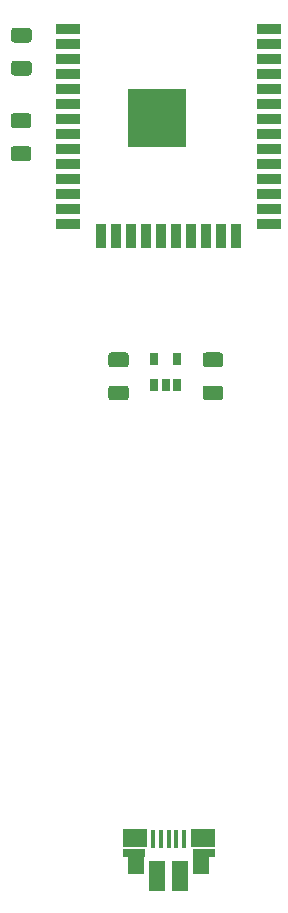
<source format=gbr>
G04 #@! TF.GenerationSoftware,KiCad,Pcbnew,(5.1.6)-1*
G04 #@! TF.CreationDate,2020-07-08T21:30:57-04:00*
G04 #@! TF.ProjectId,co2buddy,636f3262-7564-4647-992e-6b696361645f,rev?*
G04 #@! TF.SameCoordinates,Original*
G04 #@! TF.FileFunction,Paste,Top*
G04 #@! TF.FilePolarity,Positive*
%FSLAX46Y46*%
G04 Gerber Fmt 4.6, Leading zero omitted, Abs format (unit mm)*
G04 Created by KiCad (PCBNEW (5.1.6)-1) date 2020-07-08 21:30:57*
%MOMM*%
%LPD*%
G01*
G04 APERTURE LIST*
%ADD10R,1.430000X2.500000*%
%ADD11R,0.400000X1.650000*%
%ADD12R,2.000000X1.500000*%
%ADD13R,1.825000X0.700000*%
%ADD14R,1.350000X2.000000*%
%ADD15R,2.000000X0.900000*%
%ADD16R,0.900000X2.000000*%
%ADD17R,5.000000X5.000000*%
%ADD18R,0.650000X1.060000*%
G04 APERTURE END LIST*
D10*
X135985000Y-104740000D03*
X134065000Y-104740000D03*
D11*
X136325000Y-101590000D03*
X135675000Y-101590000D03*
X135025000Y-101590000D03*
X134375000Y-101590000D03*
X133725000Y-101590000D03*
D12*
X137925000Y-101470000D03*
X132175000Y-101490000D03*
D13*
X138025000Y-102790000D03*
X132075000Y-102790000D03*
D14*
X132295000Y-103540000D03*
X137775000Y-103540000D03*
D15*
X143525000Y-33005000D03*
X143525000Y-34275000D03*
X143525000Y-35545000D03*
X143525000Y-36815000D03*
X143525000Y-38085000D03*
X143525000Y-39355000D03*
X143525000Y-40625000D03*
X143525000Y-41895000D03*
X143525000Y-43165000D03*
X143525000Y-44435000D03*
X143525000Y-45705000D03*
X143525000Y-46975000D03*
X143525000Y-48245000D03*
X143525000Y-49515000D03*
D16*
X140740000Y-50515000D03*
X139470000Y-50515000D03*
X138200000Y-50515000D03*
X136930000Y-50515000D03*
X135660000Y-50515000D03*
X134390000Y-50515000D03*
X133120000Y-50515000D03*
X131850000Y-50515000D03*
X130580000Y-50515000D03*
X129310000Y-50515000D03*
D15*
X126525000Y-49515000D03*
X126525000Y-48245000D03*
X126525000Y-46975000D03*
X126525000Y-45705000D03*
X126525000Y-44435000D03*
X126525000Y-43165000D03*
X126525000Y-41895000D03*
X126525000Y-40625000D03*
X126525000Y-39355000D03*
X126525000Y-38085000D03*
X126525000Y-36815000D03*
X126525000Y-35545000D03*
X126525000Y-34275000D03*
X126525000Y-33005000D03*
D17*
X134025000Y-40505000D03*
D18*
X133825000Y-60890000D03*
X135725000Y-60890000D03*
X135725000Y-63090000D03*
X134775000Y-63090000D03*
X133825000Y-63090000D03*
G36*
G01*
X123150000Y-41375000D02*
X121900000Y-41375000D01*
G75*
G02*
X121650000Y-41125000I0J250000D01*
G01*
X121650000Y-40375000D01*
G75*
G02*
X121900000Y-40125000I250000J0D01*
G01*
X123150000Y-40125000D01*
G75*
G02*
X123400000Y-40375000I0J-250000D01*
G01*
X123400000Y-41125000D01*
G75*
G02*
X123150000Y-41375000I-250000J0D01*
G01*
G37*
G36*
G01*
X123150000Y-44175000D02*
X121900000Y-44175000D01*
G75*
G02*
X121650000Y-43925000I0J250000D01*
G01*
X121650000Y-43175000D01*
G75*
G02*
X121900000Y-42925000I250000J0D01*
G01*
X123150000Y-42925000D01*
G75*
G02*
X123400000Y-43175000I0J-250000D01*
G01*
X123400000Y-43925000D01*
G75*
G02*
X123150000Y-44175000I-250000J0D01*
G01*
G37*
G36*
G01*
X121930000Y-35685000D02*
X123180000Y-35685000D01*
G75*
G02*
X123430000Y-35935000I0J-250000D01*
G01*
X123430000Y-36685000D01*
G75*
G02*
X123180000Y-36935000I-250000J0D01*
G01*
X121930000Y-36935000D01*
G75*
G02*
X121680000Y-36685000I0J250000D01*
G01*
X121680000Y-35935000D01*
G75*
G02*
X121930000Y-35685000I250000J0D01*
G01*
G37*
G36*
G01*
X121930000Y-32885000D02*
X123180000Y-32885000D01*
G75*
G02*
X123430000Y-33135000I0J-250000D01*
G01*
X123430000Y-33885000D01*
G75*
G02*
X123180000Y-34135000I-250000J0D01*
G01*
X121930000Y-34135000D01*
G75*
G02*
X121680000Y-33885000I0J250000D01*
G01*
X121680000Y-33135000D01*
G75*
G02*
X121930000Y-32885000I250000J0D01*
G01*
G37*
G36*
G01*
X130150000Y-63175000D02*
X131400000Y-63175000D01*
G75*
G02*
X131650000Y-63425000I0J-250000D01*
G01*
X131650000Y-64175000D01*
G75*
G02*
X131400000Y-64425000I-250000J0D01*
G01*
X130150000Y-64425000D01*
G75*
G02*
X129900000Y-64175000I0J250000D01*
G01*
X129900000Y-63425000D01*
G75*
G02*
X130150000Y-63175000I250000J0D01*
G01*
G37*
G36*
G01*
X130150000Y-60375000D02*
X131400000Y-60375000D01*
G75*
G02*
X131650000Y-60625000I0J-250000D01*
G01*
X131650000Y-61375000D01*
G75*
G02*
X131400000Y-61625000I-250000J0D01*
G01*
X130150000Y-61625000D01*
G75*
G02*
X129900000Y-61375000I0J250000D01*
G01*
X129900000Y-60625000D01*
G75*
G02*
X130150000Y-60375000I250000J0D01*
G01*
G37*
G36*
G01*
X138150000Y-63175000D02*
X139400000Y-63175000D01*
G75*
G02*
X139650000Y-63425000I0J-250000D01*
G01*
X139650000Y-64175000D01*
G75*
G02*
X139400000Y-64425000I-250000J0D01*
G01*
X138150000Y-64425000D01*
G75*
G02*
X137900000Y-64175000I0J250000D01*
G01*
X137900000Y-63425000D01*
G75*
G02*
X138150000Y-63175000I250000J0D01*
G01*
G37*
G36*
G01*
X138150000Y-60375000D02*
X139400000Y-60375000D01*
G75*
G02*
X139650000Y-60625000I0J-250000D01*
G01*
X139650000Y-61375000D01*
G75*
G02*
X139400000Y-61625000I-250000J0D01*
G01*
X138150000Y-61625000D01*
G75*
G02*
X137900000Y-61375000I0J250000D01*
G01*
X137900000Y-60625000D01*
G75*
G02*
X138150000Y-60375000I250000J0D01*
G01*
G37*
M02*

</source>
